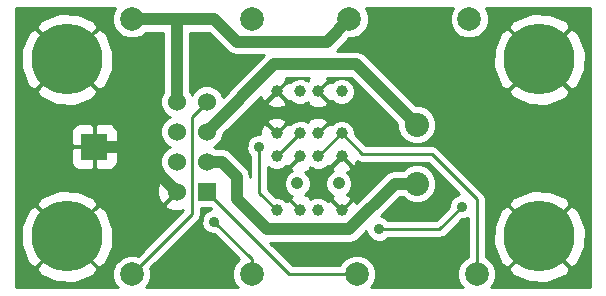
<source format=gbl>
%FSLAX36Y36*%
G04 Gerber Fmt 3.6, Leading zero omitted, Abs format (unit inch)*
G04 Created by KiCad (PCBNEW (2014-jul-16 BZR unknown)-product) date Sun 05 Oct 2014 02:29:47 PM PDT*
%MOIN*%
G01*
G04 APERTURE LIST*
%ADD10C,0.003937*%
%ADD11C,0.236220*%
%ADD12R,0.060000X0.060000*%
%ADD13C,0.060000*%
%ADD14C,0.078700*%
%ADD15R,0.088000X0.088000*%
%ADD16C,0.039370*%
%ADD17C,0.041339*%
%ADD18C,0.080000*%
%ADD19C,0.035000*%
%ADD20C,0.010000*%
%ADD21C,0.040000*%
G04 APERTURE END LIST*
D10*
D11*
X4133858Y-4133858D03*
X5708661Y-4133858D03*
X4133858Y-4724409D03*
X5708661Y-4724409D03*
D12*
X4600000Y-4575000D03*
D13*
X4500000Y-4575000D03*
X4600000Y-4475000D03*
X4500000Y-4475000D03*
X4600000Y-4375000D03*
X4500000Y-4375000D03*
X4600000Y-4275000D03*
X4500000Y-4275000D03*
D14*
X5500000Y-4850000D03*
X5100000Y-4850000D03*
X4750000Y-4850000D03*
X4350000Y-4850000D03*
X4750000Y-4000000D03*
X4350000Y-4000000D03*
X5475000Y-4000000D03*
X5075000Y-4000000D03*
D15*
X4225000Y-4425000D03*
D16*
X4832677Y-4636772D03*
X4911417Y-4636811D03*
X4832677Y-4457677D03*
X4911417Y-4457677D03*
D17*
X4901575Y-4547244D03*
D16*
X4970472Y-4636772D03*
X5049213Y-4636811D03*
X4970472Y-4457677D03*
X5049213Y-4457677D03*
D17*
X5039370Y-4547244D03*
D16*
X4911417Y-4241142D03*
X4832677Y-4241142D03*
X4911417Y-4380906D03*
X4832677Y-4380906D03*
X5049213Y-4241142D03*
X4970472Y-4241142D03*
X5049213Y-4380906D03*
X4970472Y-4380906D03*
D18*
X5300000Y-4548425D03*
X5300000Y-4351575D03*
D19*
X4625000Y-4675000D03*
X4775000Y-4425000D03*
X4575000Y-4750000D03*
X4625000Y-4150000D03*
X5125000Y-4750000D03*
X5175000Y-4700000D03*
X5450000Y-4625000D03*
D20*
X5049213Y-4380906D02*
X5118307Y-4450000D01*
X5500000Y-4600000D02*
X5500000Y-4850000D01*
X5350000Y-4450000D02*
X5500000Y-4600000D01*
X5118307Y-4450000D02*
X5350000Y-4450000D01*
X4972441Y-4457677D02*
X5049213Y-4380906D01*
X4970472Y-4457677D02*
X4972441Y-4457677D01*
X4750000Y-4850000D02*
X4750000Y-4800000D01*
X4750000Y-4800000D02*
X4625000Y-4675000D01*
X4834646Y-4457677D02*
X4832677Y-4457677D01*
X4911417Y-4380906D02*
X4834646Y-4457677D01*
X4832677Y-4636772D02*
X4775000Y-4579094D01*
X4775000Y-4579094D02*
X4775000Y-4425000D01*
D21*
X4500000Y-4575000D02*
X4350000Y-4425000D01*
X4350000Y-4425000D02*
X4225000Y-4425000D01*
D20*
X4600000Y-4575000D02*
X4875000Y-4850000D01*
X4875000Y-4850000D02*
X5100000Y-4850000D01*
X4600000Y-4275000D02*
X4550000Y-4325000D01*
X4550000Y-4650000D02*
X4350000Y-4850000D01*
X4550000Y-4325000D02*
X4550000Y-4650000D01*
D21*
X4500000Y-4275000D02*
X4500000Y-4000000D01*
X5075000Y-4000000D02*
X5000000Y-4075000D01*
X4625000Y-4000000D02*
X4500000Y-4000000D01*
X4500000Y-4000000D02*
X4350000Y-4000000D01*
X4700000Y-4075000D02*
X4625000Y-4000000D01*
X5000000Y-4075000D02*
X4700000Y-4075000D01*
D20*
X5175000Y-4700000D02*
X5375000Y-4700000D01*
X5375000Y-4700000D02*
X5450000Y-4625000D01*
D21*
X4650000Y-4475000D02*
X4600000Y-4475000D01*
X4700000Y-4525000D02*
X4650000Y-4475000D01*
X4700000Y-4600000D02*
X4700000Y-4525000D01*
X4800000Y-4700000D02*
X4700000Y-4600000D01*
X5075000Y-4700000D02*
X4800000Y-4700000D01*
X5226575Y-4548425D02*
X5075000Y-4700000D01*
X5300000Y-4548425D02*
X5226575Y-4548425D01*
X5300000Y-4351575D02*
X5098425Y-4150000D01*
X4825000Y-4150000D02*
X4600000Y-4375000D01*
X5098425Y-4150000D02*
X4825000Y-4150000D01*
D20*
G36*
X4520000Y-4637574D02*
X4369255Y-4788318D01*
X4362856Y-4785661D01*
X4337256Y-4785639D01*
X4313596Y-4795415D01*
X4304000Y-4804994D01*
X4304000Y-4475962D01*
X4304000Y-4462038D01*
X4304000Y-4434750D01*
X4304000Y-4415250D01*
X4304000Y-4387962D01*
X4304000Y-4374038D01*
X4298672Y-4361174D01*
X4288826Y-4351328D01*
X4287887Y-4350939D01*
X4287887Y-4108450D01*
X4266439Y-4051440D01*
X4260739Y-4042910D01*
X4238762Y-4030369D01*
X4237348Y-4031783D01*
X4237348Y-4028954D01*
X4224806Y-4006978D01*
X4169328Y-3981831D01*
X4108450Y-3979830D01*
X4051440Y-4001278D01*
X4042910Y-4006978D01*
X4030369Y-4028954D01*
X4133858Y-4132444D01*
X4237348Y-4028954D01*
X4237348Y-4031783D01*
X4135272Y-4133858D01*
X4238762Y-4237348D01*
X4260739Y-4224806D01*
X4285885Y-4169328D01*
X4287887Y-4108450D01*
X4287887Y-4350939D01*
X4275962Y-4346000D01*
X4237348Y-4346000D01*
X4237348Y-4238762D01*
X4133858Y-4135272D01*
X4132444Y-4136687D01*
X4132444Y-4133858D01*
X4028954Y-4030369D01*
X4006978Y-4042910D01*
X3981831Y-4098388D01*
X3979830Y-4159266D01*
X4001278Y-4216276D01*
X4006978Y-4224806D01*
X4028954Y-4237348D01*
X4132444Y-4133858D01*
X4132444Y-4136687D01*
X4030369Y-4238762D01*
X4042910Y-4260739D01*
X4098388Y-4285885D01*
X4159266Y-4287887D01*
X4216276Y-4266439D01*
X4224806Y-4260739D01*
X4237348Y-4238762D01*
X4237348Y-4346000D01*
X4234750Y-4346000D01*
X4226000Y-4354750D01*
X4226000Y-4424000D01*
X4295250Y-4424000D01*
X4304000Y-4415250D01*
X4304000Y-4434750D01*
X4295250Y-4426000D01*
X4226000Y-4426000D01*
X4226000Y-4495250D01*
X4234750Y-4504000D01*
X4275962Y-4504000D01*
X4288826Y-4498672D01*
X4298672Y-4488826D01*
X4304000Y-4475962D01*
X4304000Y-4804994D01*
X4295479Y-4813501D01*
X4287887Y-4831785D01*
X4287887Y-4699001D01*
X4266439Y-4641991D01*
X4260739Y-4633461D01*
X4238762Y-4620920D01*
X4237348Y-4622334D01*
X4237348Y-4619506D01*
X4224806Y-4597529D01*
X4224000Y-4597163D01*
X4224000Y-4495250D01*
X4224000Y-4426000D01*
X4224000Y-4424000D01*
X4224000Y-4354750D01*
X4215250Y-4346000D01*
X4174038Y-4346000D01*
X4161174Y-4351328D01*
X4151328Y-4361174D01*
X4146000Y-4374038D01*
X4146000Y-4387962D01*
X4146000Y-4415250D01*
X4154750Y-4424000D01*
X4224000Y-4424000D01*
X4224000Y-4426000D01*
X4154750Y-4426000D01*
X4146000Y-4434750D01*
X4146000Y-4462038D01*
X4146000Y-4475962D01*
X4151328Y-4488826D01*
X4161174Y-4498672D01*
X4174038Y-4504000D01*
X4215250Y-4504000D01*
X4224000Y-4495250D01*
X4224000Y-4597163D01*
X4169328Y-4572383D01*
X4108450Y-4570381D01*
X4051440Y-4591829D01*
X4042910Y-4597529D01*
X4030369Y-4619506D01*
X4133858Y-4722995D01*
X4237348Y-4619506D01*
X4237348Y-4622334D01*
X4135272Y-4724409D01*
X4238762Y-4827899D01*
X4260739Y-4815358D01*
X4285885Y-4759879D01*
X4287887Y-4699001D01*
X4287887Y-4831785D01*
X4285661Y-4837144D01*
X4285639Y-4862744D01*
X4295415Y-4886404D01*
X4303289Y-4894291D01*
X4237348Y-4894291D01*
X4237348Y-4829313D01*
X4133858Y-4725824D01*
X4132444Y-4727238D01*
X4132444Y-4724409D01*
X4028954Y-4620920D01*
X4006978Y-4633461D01*
X3981831Y-4688939D01*
X3979830Y-4749818D01*
X4001278Y-4806828D01*
X4006978Y-4815358D01*
X4028954Y-4827899D01*
X4132444Y-4724409D01*
X4132444Y-4727238D01*
X4030369Y-4829313D01*
X4042910Y-4851290D01*
X4098388Y-4876436D01*
X4159266Y-4878438D01*
X4216276Y-4856990D01*
X4224806Y-4851290D01*
X4237348Y-4829313D01*
X4237348Y-4894291D01*
X3963976Y-4894291D01*
X3963976Y-3963976D01*
X4295281Y-3963976D01*
X4285661Y-3987144D01*
X4285639Y-4012744D01*
X4295415Y-4036404D01*
X4313501Y-4054521D01*
X4337144Y-4064339D01*
X4362744Y-4064361D01*
X4386404Y-4054585D01*
X4396006Y-4045000D01*
X4455000Y-4045000D01*
X4455000Y-4242208D01*
X4453400Y-4243804D01*
X4445010Y-4264012D01*
X4444990Y-4285892D01*
X4453346Y-4306114D01*
X4468804Y-4321600D01*
X4476989Y-4324998D01*
X4468886Y-4328346D01*
X4453400Y-4343804D01*
X4445010Y-4364012D01*
X4444990Y-4385892D01*
X4453346Y-4406114D01*
X4468804Y-4421600D01*
X4476989Y-4424998D01*
X4468886Y-4428346D01*
X4453400Y-4443804D01*
X4445010Y-4464012D01*
X4444990Y-4485892D01*
X4453346Y-4506114D01*
X4465756Y-4518546D01*
X4464524Y-4519022D01*
X4461859Y-4520802D01*
X4460038Y-4533624D01*
X4500000Y-4573586D01*
X4500557Y-4573029D01*
X4501971Y-4574443D01*
X4501414Y-4575000D01*
X4501971Y-4575557D01*
X4500557Y-4576971D01*
X4500000Y-4576414D01*
X4498586Y-4577828D01*
X4498586Y-4575000D01*
X4458624Y-4535038D01*
X4445802Y-4536859D01*
X4435332Y-4560503D01*
X4434706Y-4586354D01*
X4444022Y-4610476D01*
X4445802Y-4613141D01*
X4458624Y-4614962D01*
X4498586Y-4575000D01*
X4498586Y-4577828D01*
X4460038Y-4616376D01*
X4461859Y-4629198D01*
X4485503Y-4639668D01*
X4511354Y-4640294D01*
X4520000Y-4636955D01*
X4520000Y-4637574D01*
X4520000Y-4637574D01*
G37*
X4520000Y-4637574D02*
X4369255Y-4788318D01*
X4362856Y-4785661D01*
X4337256Y-4785639D01*
X4313596Y-4795415D01*
X4304000Y-4804994D01*
X4304000Y-4475962D01*
X4304000Y-4462038D01*
X4304000Y-4434750D01*
X4304000Y-4415250D01*
X4304000Y-4387962D01*
X4304000Y-4374038D01*
X4298672Y-4361174D01*
X4288826Y-4351328D01*
X4287887Y-4350939D01*
X4287887Y-4108450D01*
X4266439Y-4051440D01*
X4260739Y-4042910D01*
X4238762Y-4030369D01*
X4237348Y-4031783D01*
X4237348Y-4028954D01*
X4224806Y-4006978D01*
X4169328Y-3981831D01*
X4108450Y-3979830D01*
X4051440Y-4001278D01*
X4042910Y-4006978D01*
X4030369Y-4028954D01*
X4133858Y-4132444D01*
X4237348Y-4028954D01*
X4237348Y-4031783D01*
X4135272Y-4133858D01*
X4238762Y-4237348D01*
X4260739Y-4224806D01*
X4285885Y-4169328D01*
X4287887Y-4108450D01*
X4287887Y-4350939D01*
X4275962Y-4346000D01*
X4237348Y-4346000D01*
X4237348Y-4238762D01*
X4133858Y-4135272D01*
X4132444Y-4136687D01*
X4132444Y-4133858D01*
X4028954Y-4030369D01*
X4006978Y-4042910D01*
X3981831Y-4098388D01*
X3979830Y-4159266D01*
X4001278Y-4216276D01*
X4006978Y-4224806D01*
X4028954Y-4237348D01*
X4132444Y-4133858D01*
X4132444Y-4136687D01*
X4030369Y-4238762D01*
X4042910Y-4260739D01*
X4098388Y-4285885D01*
X4159266Y-4287887D01*
X4216276Y-4266439D01*
X4224806Y-4260739D01*
X4237348Y-4238762D01*
X4237348Y-4346000D01*
X4234750Y-4346000D01*
X4226000Y-4354750D01*
X4226000Y-4424000D01*
X4295250Y-4424000D01*
X4304000Y-4415250D01*
X4304000Y-4434750D01*
X4295250Y-4426000D01*
X4226000Y-4426000D01*
X4226000Y-4495250D01*
X4234750Y-4504000D01*
X4275962Y-4504000D01*
X4288826Y-4498672D01*
X4298672Y-4488826D01*
X4304000Y-4475962D01*
X4304000Y-4804994D01*
X4295479Y-4813501D01*
X4287887Y-4831785D01*
X4287887Y-4699001D01*
X4266439Y-4641991D01*
X4260739Y-4633461D01*
X4238762Y-4620920D01*
X4237348Y-4622334D01*
X4237348Y-4619506D01*
X4224806Y-4597529D01*
X4224000Y-4597163D01*
X4224000Y-4495250D01*
X4224000Y-4426000D01*
X4224000Y-4424000D01*
X4224000Y-4354750D01*
X4215250Y-4346000D01*
X4174038Y-4346000D01*
X4161174Y-4351328D01*
X4151328Y-4361174D01*
X4146000Y-4374038D01*
X4146000Y-4387962D01*
X4146000Y-4415250D01*
X4154750Y-4424000D01*
X4224000Y-4424000D01*
X4224000Y-4426000D01*
X4154750Y-4426000D01*
X4146000Y-4434750D01*
X4146000Y-4462038D01*
X4146000Y-4475962D01*
X4151328Y-4488826D01*
X4161174Y-4498672D01*
X4174038Y-4504000D01*
X4215250Y-4504000D01*
X4224000Y-4495250D01*
X4224000Y-4597163D01*
X4169328Y-4572383D01*
X4108450Y-4570381D01*
X4051440Y-4591829D01*
X4042910Y-4597529D01*
X4030369Y-4619506D01*
X4133858Y-4722995D01*
X4237348Y-4619506D01*
X4237348Y-4622334D01*
X4135272Y-4724409D01*
X4238762Y-4827899D01*
X4260739Y-4815358D01*
X4285885Y-4759879D01*
X4287887Y-4699001D01*
X4287887Y-4831785D01*
X4285661Y-4837144D01*
X4285639Y-4862744D01*
X4295415Y-4886404D01*
X4303289Y-4894291D01*
X4237348Y-4894291D01*
X4237348Y-4829313D01*
X4133858Y-4725824D01*
X4132444Y-4727238D01*
X4132444Y-4724409D01*
X4028954Y-4620920D01*
X4006978Y-4633461D01*
X3981831Y-4688939D01*
X3979830Y-4749818D01*
X4001278Y-4806828D01*
X4006978Y-4815358D01*
X4028954Y-4827899D01*
X4132444Y-4724409D01*
X4132444Y-4727238D01*
X4030369Y-4829313D01*
X4042910Y-4851290D01*
X4098388Y-4876436D01*
X4159266Y-4878438D01*
X4216276Y-4856990D01*
X4224806Y-4851290D01*
X4237348Y-4829313D01*
X4237348Y-4894291D01*
X3963976Y-4894291D01*
X3963976Y-3963976D01*
X4295281Y-3963976D01*
X4285661Y-3987144D01*
X4285639Y-4012744D01*
X4295415Y-4036404D01*
X4313501Y-4054521D01*
X4337144Y-4064339D01*
X4362744Y-4064361D01*
X4386404Y-4054585D01*
X4396006Y-4045000D01*
X4455000Y-4045000D01*
X4455000Y-4242208D01*
X4453400Y-4243804D01*
X4445010Y-4264012D01*
X4444990Y-4285892D01*
X4453346Y-4306114D01*
X4468804Y-4321600D01*
X4476989Y-4324998D01*
X4468886Y-4328346D01*
X4453400Y-4343804D01*
X4445010Y-4364012D01*
X4444990Y-4385892D01*
X4453346Y-4406114D01*
X4468804Y-4421600D01*
X4476989Y-4424998D01*
X4468886Y-4428346D01*
X4453400Y-4443804D01*
X4445010Y-4464012D01*
X4444990Y-4485892D01*
X4453346Y-4506114D01*
X4465756Y-4518546D01*
X4464524Y-4519022D01*
X4461859Y-4520802D01*
X4460038Y-4533624D01*
X4500000Y-4573586D01*
X4500557Y-4573029D01*
X4501971Y-4574443D01*
X4501414Y-4575000D01*
X4501971Y-4575557D01*
X4500557Y-4576971D01*
X4500000Y-4576414D01*
X4498586Y-4577828D01*
X4498586Y-4575000D01*
X4458624Y-4535038D01*
X4445802Y-4536859D01*
X4435332Y-4560503D01*
X4434706Y-4586354D01*
X4444022Y-4610476D01*
X4445802Y-4613141D01*
X4458624Y-4614962D01*
X4498586Y-4575000D01*
X4498586Y-4577828D01*
X4460038Y-4616376D01*
X4461859Y-4629198D01*
X4485503Y-4639668D01*
X4511354Y-4640294D01*
X4520000Y-4636955D01*
X4520000Y-4637574D01*
G36*
X4708288Y-4800714D02*
X4695479Y-4813501D01*
X4685661Y-4837144D01*
X4685639Y-4862744D01*
X4695415Y-4886404D01*
X4703289Y-4894291D01*
X4396715Y-4894291D01*
X4404521Y-4886499D01*
X4414339Y-4862856D01*
X4414361Y-4837256D01*
X4411674Y-4830752D01*
X4571213Y-4671213D01*
X4577716Y-4661481D01*
X4577716Y-4661480D01*
X4580000Y-4650000D01*
X4580000Y-4630000D01*
X4612574Y-4630000D01*
X4615510Y-4632936D01*
X4600957Y-4638949D01*
X4588991Y-4650894D01*
X4582507Y-4666509D01*
X4582493Y-4683417D01*
X4588949Y-4699043D01*
X4600894Y-4711009D01*
X4616509Y-4717493D01*
X4625074Y-4717500D01*
X4708288Y-4800714D01*
X4708288Y-4800714D01*
G37*
X4708288Y-4800714D02*
X4695479Y-4813501D01*
X4685661Y-4837144D01*
X4685639Y-4862744D01*
X4695415Y-4886404D01*
X4703289Y-4894291D01*
X4396715Y-4894291D01*
X4404521Y-4886499D01*
X4414339Y-4862856D01*
X4414361Y-4837256D01*
X4411674Y-4830752D01*
X4571213Y-4671213D01*
X4577716Y-4661481D01*
X4577716Y-4661480D01*
X4580000Y-4650000D01*
X4580000Y-4630000D01*
X4612574Y-4630000D01*
X4615510Y-4632936D01*
X4600957Y-4638949D01*
X4588991Y-4650894D01*
X4582507Y-4666509D01*
X4582493Y-4683417D01*
X4588949Y-4699043D01*
X4600894Y-4711009D01*
X4616509Y-4717493D01*
X4625074Y-4717500D01*
X4708288Y-4800714D01*
G36*
X4791360Y-4120000D02*
X4652741Y-4258619D01*
X4646654Y-4243886D01*
X4631196Y-4228400D01*
X4610988Y-4220010D01*
X4589108Y-4219990D01*
X4568886Y-4228346D01*
X4553400Y-4243804D01*
X4550002Y-4251989D01*
X4546654Y-4243886D01*
X4545000Y-4242229D01*
X4545000Y-4045000D01*
X4606360Y-4045000D01*
X4668180Y-4106820D01*
X4682779Y-4116575D01*
X4700000Y-4120000D01*
X4791360Y-4120000D01*
X4791360Y-4120000D01*
G37*
X4791360Y-4120000D02*
X4652741Y-4258619D01*
X4646654Y-4243886D01*
X4631196Y-4228400D01*
X4610988Y-4220010D01*
X4589108Y-4219990D01*
X4568886Y-4228346D01*
X4553400Y-4243804D01*
X4550002Y-4251989D01*
X4546654Y-4243886D01*
X4545000Y-4242229D01*
X4545000Y-4045000D01*
X4606360Y-4045000D01*
X4668180Y-4106820D01*
X4682779Y-4116575D01*
X4700000Y-4120000D01*
X4791360Y-4120000D01*
G36*
X4913388Y-4637368D02*
X4911974Y-4638782D01*
X4911417Y-4638225D01*
X4910861Y-4638782D01*
X4909446Y-4637368D01*
X4910003Y-4636811D01*
X4877479Y-4604287D01*
X4865729Y-4604853D01*
X4865186Y-4606088D01*
X4858022Y-4598912D01*
X4841605Y-4592094D01*
X4830416Y-4592085D01*
X4805000Y-4566668D01*
X4805000Y-4493201D01*
X4807332Y-4495537D01*
X4823750Y-4502354D01*
X4841527Y-4502370D01*
X4857956Y-4495581D01*
X4865002Y-4488548D01*
X4865729Y-4489636D01*
X4877479Y-4490201D01*
X4910003Y-4457677D01*
X4909446Y-4457120D01*
X4910861Y-4455706D01*
X4911417Y-4456263D01*
X4911974Y-4455706D01*
X4913388Y-4457120D01*
X4912832Y-4457677D01*
X4913388Y-4458234D01*
X4911974Y-4459648D01*
X4911417Y-4459091D01*
X4878893Y-4491615D01*
X4879459Y-4503366D01*
X4883684Y-4505222D01*
X4875739Y-4508505D01*
X4862881Y-4521341D01*
X4855913Y-4538120D01*
X4855898Y-4556288D01*
X4862836Y-4573080D01*
X4875671Y-4585938D01*
X4883262Y-4589090D01*
X4881437Y-4589801D01*
X4879459Y-4591123D01*
X4878893Y-4602873D01*
X4911417Y-4635397D01*
X4911974Y-4634840D01*
X4913388Y-4636254D01*
X4912832Y-4636811D01*
X4913388Y-4637368D01*
X4913388Y-4637368D01*
G37*
X4913388Y-4637368D02*
X4911974Y-4638782D01*
X4911417Y-4638225D01*
X4910861Y-4638782D01*
X4909446Y-4637368D01*
X4910003Y-4636811D01*
X4877479Y-4604287D01*
X4865729Y-4604853D01*
X4865186Y-4606088D01*
X4858022Y-4598912D01*
X4841605Y-4592094D01*
X4830416Y-4592085D01*
X4805000Y-4566668D01*
X4805000Y-4493201D01*
X4807332Y-4495537D01*
X4823750Y-4502354D01*
X4841527Y-4502370D01*
X4857956Y-4495581D01*
X4865002Y-4488548D01*
X4865729Y-4489636D01*
X4877479Y-4490201D01*
X4910003Y-4457677D01*
X4909446Y-4457120D01*
X4910861Y-4455706D01*
X4911417Y-4456263D01*
X4911974Y-4455706D01*
X4913388Y-4457120D01*
X4912832Y-4457677D01*
X4913388Y-4458234D01*
X4911974Y-4459648D01*
X4911417Y-4459091D01*
X4878893Y-4491615D01*
X4879459Y-4503366D01*
X4883684Y-4505222D01*
X4875739Y-4508505D01*
X4862881Y-4521341D01*
X4855913Y-4538120D01*
X4855898Y-4556288D01*
X4862836Y-4573080D01*
X4875671Y-4585938D01*
X4883262Y-4589090D01*
X4881437Y-4589801D01*
X4879459Y-4591123D01*
X4878893Y-4602873D01*
X4911417Y-4635397D01*
X4911974Y-4634840D01*
X4913388Y-4636254D01*
X4912832Y-4636811D01*
X4913388Y-4637368D01*
G36*
X5440510Y-4582936D02*
X5425957Y-4588949D01*
X5413991Y-4600894D01*
X5407507Y-4616509D01*
X5407500Y-4625074D01*
X5362574Y-4670000D01*
X5205104Y-4670000D01*
X5199106Y-4663991D01*
X5183491Y-4657507D01*
X5181134Y-4657505D01*
X5245214Y-4593425D01*
X5253078Y-4593425D01*
X5263132Y-4603497D01*
X5287014Y-4613414D01*
X5312873Y-4613436D01*
X5336771Y-4603562D01*
X5355072Y-4585293D01*
X5364989Y-4561411D01*
X5365011Y-4535553D01*
X5355136Y-4511654D01*
X5336868Y-4493353D01*
X5312986Y-4483436D01*
X5287127Y-4483414D01*
X5263229Y-4493289D01*
X5253074Y-4503425D01*
X5226575Y-4503425D01*
X5209354Y-4506851D01*
X5194755Y-4516605D01*
X5098551Y-4612809D01*
X5096223Y-4606830D01*
X5094901Y-4604853D01*
X5085047Y-4604378D01*
X5085047Y-4538200D01*
X5078109Y-4521408D01*
X5066393Y-4509672D01*
X5079193Y-4504687D01*
X5081171Y-4503366D01*
X5081736Y-4491615D01*
X5049213Y-4459091D01*
X5016689Y-4491615D01*
X5017254Y-4503366D01*
X5021479Y-4505222D01*
X5013534Y-4508505D01*
X5000676Y-4521341D01*
X4993709Y-4538120D01*
X4993693Y-4556288D01*
X5000631Y-4573080D01*
X5013467Y-4585938D01*
X5021058Y-4589090D01*
X5019232Y-4589801D01*
X5017254Y-4591123D01*
X5016689Y-4602873D01*
X5049213Y-4635397D01*
X5081736Y-4602873D01*
X5081171Y-4591123D01*
X5066511Y-4584680D01*
X5078064Y-4573147D01*
X5085031Y-4556368D01*
X5085047Y-4538200D01*
X5085047Y-4604378D01*
X5083151Y-4604287D01*
X5050627Y-4636811D01*
X5051184Y-4637368D01*
X5049769Y-4638782D01*
X5049213Y-4638225D01*
X5048656Y-4638782D01*
X5047242Y-4637368D01*
X5047798Y-4636811D01*
X5015274Y-4604287D01*
X5003524Y-4604853D01*
X5002981Y-4606088D01*
X4995818Y-4598912D01*
X4979400Y-4592094D01*
X4961623Y-4592079D01*
X4950142Y-4596823D01*
X4950067Y-4596747D01*
X4949885Y-4596929D01*
X4945193Y-4598867D01*
X4943815Y-4600244D01*
X4943376Y-4591123D01*
X4928716Y-4584680D01*
X4940269Y-4573147D01*
X4947236Y-4556368D01*
X4947252Y-4538200D01*
X4940314Y-4521408D01*
X4928598Y-4509672D01*
X4941398Y-4504687D01*
X4943376Y-4503366D01*
X4943816Y-4494223D01*
X4945127Y-4495537D01*
X4949806Y-4497480D01*
X4950067Y-4497741D01*
X4950174Y-4497633D01*
X4961545Y-4502354D01*
X4979322Y-4502370D01*
X4995751Y-4495581D01*
X5002797Y-4488548D01*
X5003524Y-4489636D01*
X5015274Y-4490201D01*
X5047798Y-4457677D01*
X5047242Y-4457120D01*
X5048656Y-4455706D01*
X5049213Y-4456263D01*
X5049769Y-4455706D01*
X5051184Y-4457120D01*
X5050627Y-4457677D01*
X5083151Y-4490201D01*
X5094901Y-4489636D01*
X5101657Y-4474262D01*
X5102928Y-4475112D01*
X5106827Y-4477716D01*
X5106827Y-4477716D01*
X5118307Y-4480000D01*
X5337574Y-4480000D01*
X5440510Y-4582936D01*
X5440510Y-4582936D01*
G37*
X5440510Y-4582936D02*
X5425957Y-4588949D01*
X5413991Y-4600894D01*
X5407507Y-4616509D01*
X5407500Y-4625074D01*
X5362574Y-4670000D01*
X5205104Y-4670000D01*
X5199106Y-4663991D01*
X5183491Y-4657507D01*
X5181134Y-4657505D01*
X5245214Y-4593425D01*
X5253078Y-4593425D01*
X5263132Y-4603497D01*
X5287014Y-4613414D01*
X5312873Y-4613436D01*
X5336771Y-4603562D01*
X5355072Y-4585293D01*
X5364989Y-4561411D01*
X5365011Y-4535553D01*
X5355136Y-4511654D01*
X5336868Y-4493353D01*
X5312986Y-4483436D01*
X5287127Y-4483414D01*
X5263229Y-4493289D01*
X5253074Y-4503425D01*
X5226575Y-4503425D01*
X5209354Y-4506851D01*
X5194755Y-4516605D01*
X5098551Y-4612809D01*
X5096223Y-4606830D01*
X5094901Y-4604853D01*
X5085047Y-4604378D01*
X5085047Y-4538200D01*
X5078109Y-4521408D01*
X5066393Y-4509672D01*
X5079193Y-4504687D01*
X5081171Y-4503366D01*
X5081736Y-4491615D01*
X5049213Y-4459091D01*
X5016689Y-4491615D01*
X5017254Y-4503366D01*
X5021479Y-4505222D01*
X5013534Y-4508505D01*
X5000676Y-4521341D01*
X4993709Y-4538120D01*
X4993693Y-4556288D01*
X5000631Y-4573080D01*
X5013467Y-4585938D01*
X5021058Y-4589090D01*
X5019232Y-4589801D01*
X5017254Y-4591123D01*
X5016689Y-4602873D01*
X5049213Y-4635397D01*
X5081736Y-4602873D01*
X5081171Y-4591123D01*
X5066511Y-4584680D01*
X5078064Y-4573147D01*
X5085031Y-4556368D01*
X5085047Y-4538200D01*
X5085047Y-4604378D01*
X5083151Y-4604287D01*
X5050627Y-4636811D01*
X5051184Y-4637368D01*
X5049769Y-4638782D01*
X5049213Y-4638225D01*
X5048656Y-4638782D01*
X5047242Y-4637368D01*
X5047798Y-4636811D01*
X5015274Y-4604287D01*
X5003524Y-4604853D01*
X5002981Y-4606088D01*
X4995818Y-4598912D01*
X4979400Y-4592094D01*
X4961623Y-4592079D01*
X4950142Y-4596823D01*
X4950067Y-4596747D01*
X4949885Y-4596929D01*
X4945193Y-4598867D01*
X4943815Y-4600244D01*
X4943376Y-4591123D01*
X4928716Y-4584680D01*
X4940269Y-4573147D01*
X4947236Y-4556368D01*
X4947252Y-4538200D01*
X4940314Y-4521408D01*
X4928598Y-4509672D01*
X4941398Y-4504687D01*
X4943376Y-4503366D01*
X4943816Y-4494223D01*
X4945127Y-4495537D01*
X4949806Y-4497480D01*
X4950067Y-4497741D01*
X4950174Y-4497633D01*
X4961545Y-4502354D01*
X4979322Y-4502370D01*
X4995751Y-4495581D01*
X5002797Y-4488548D01*
X5003524Y-4489636D01*
X5015274Y-4490201D01*
X5047798Y-4457677D01*
X5047242Y-4457120D01*
X5048656Y-4455706D01*
X5049213Y-4456263D01*
X5049769Y-4455706D01*
X5051184Y-4457120D01*
X5050627Y-4457677D01*
X5083151Y-4490201D01*
X5094901Y-4489636D01*
X5101657Y-4474262D01*
X5102928Y-4475112D01*
X5106827Y-4477716D01*
X5106827Y-4477716D01*
X5118307Y-4480000D01*
X5337574Y-4480000D01*
X5440510Y-4582936D01*
G36*
X5470000Y-4792769D02*
X5463596Y-4795415D01*
X5445479Y-4813501D01*
X5435661Y-4837144D01*
X5435639Y-4862744D01*
X5445415Y-4886404D01*
X5453289Y-4894291D01*
X5146715Y-4894291D01*
X5154521Y-4886499D01*
X5164339Y-4862856D01*
X5164361Y-4837256D01*
X5154585Y-4813596D01*
X5136499Y-4795479D01*
X5112856Y-4785661D01*
X5087256Y-4785639D01*
X5063596Y-4795415D01*
X5045479Y-4813501D01*
X5042780Y-4820000D01*
X4887426Y-4820000D01*
X4812426Y-4745000D01*
X5075000Y-4745000D01*
X5092221Y-4741575D01*
X5106820Y-4731820D01*
X5132495Y-4706145D01*
X5132493Y-4708417D01*
X5138949Y-4724043D01*
X5150894Y-4736009D01*
X5166509Y-4742493D01*
X5183417Y-4742507D01*
X5199043Y-4736051D01*
X5205104Y-4730000D01*
X5375000Y-4730000D01*
X5375000Y-4730000D01*
X5386480Y-4727716D01*
X5386481Y-4727716D01*
X5396213Y-4721213D01*
X5449926Y-4667500D01*
X5458417Y-4667507D01*
X5470000Y-4662721D01*
X5470000Y-4792769D01*
X5470000Y-4792769D01*
G37*
X5470000Y-4792769D02*
X5463596Y-4795415D01*
X5445479Y-4813501D01*
X5435661Y-4837144D01*
X5435639Y-4862744D01*
X5445415Y-4886404D01*
X5453289Y-4894291D01*
X5146715Y-4894291D01*
X5154521Y-4886499D01*
X5164339Y-4862856D01*
X5164361Y-4837256D01*
X5154585Y-4813596D01*
X5136499Y-4795479D01*
X5112856Y-4785661D01*
X5087256Y-4785639D01*
X5063596Y-4795415D01*
X5045479Y-4813501D01*
X5042780Y-4820000D01*
X4887426Y-4820000D01*
X4812426Y-4745000D01*
X5075000Y-4745000D01*
X5092221Y-4741575D01*
X5106820Y-4731820D01*
X5132495Y-4706145D01*
X5132493Y-4708417D01*
X5138949Y-4724043D01*
X5150894Y-4736009D01*
X5166509Y-4742493D01*
X5183417Y-4742507D01*
X5199043Y-4736051D01*
X5205104Y-4730000D01*
X5375000Y-4730000D01*
X5375000Y-4730000D01*
X5386480Y-4727716D01*
X5386481Y-4727716D01*
X5396213Y-4721213D01*
X5449926Y-4667500D01*
X5458417Y-4667507D01*
X5470000Y-4662721D01*
X5470000Y-4792769D01*
G36*
X5878543Y-4894291D02*
X5862690Y-4894291D01*
X5862690Y-4699001D01*
X5862690Y-4108450D01*
X5841242Y-4051440D01*
X5835542Y-4042910D01*
X5813565Y-4030369D01*
X5812151Y-4031783D01*
X5812151Y-4028954D01*
X5799610Y-4006978D01*
X5744131Y-3981831D01*
X5683253Y-3979830D01*
X5626243Y-4001278D01*
X5617713Y-4006978D01*
X5605172Y-4028954D01*
X5708661Y-4132444D01*
X5812151Y-4028954D01*
X5812151Y-4031783D01*
X5710076Y-4133858D01*
X5813565Y-4237348D01*
X5835542Y-4224806D01*
X5860688Y-4169328D01*
X5862690Y-4108450D01*
X5862690Y-4699001D01*
X5841242Y-4641991D01*
X5835542Y-4633461D01*
X5813565Y-4620920D01*
X5812151Y-4622334D01*
X5812151Y-4619506D01*
X5812151Y-4238762D01*
X5708661Y-4135272D01*
X5707247Y-4136687D01*
X5707247Y-4133858D01*
X5603758Y-4030369D01*
X5581781Y-4042910D01*
X5556635Y-4098388D01*
X5554633Y-4159266D01*
X5576081Y-4216276D01*
X5581781Y-4224806D01*
X5603758Y-4237348D01*
X5707247Y-4133858D01*
X5707247Y-4136687D01*
X5605172Y-4238762D01*
X5617713Y-4260739D01*
X5673191Y-4285885D01*
X5734070Y-4287887D01*
X5791080Y-4266439D01*
X5799610Y-4260739D01*
X5812151Y-4238762D01*
X5812151Y-4619506D01*
X5799610Y-4597529D01*
X5744131Y-4572383D01*
X5683253Y-4570381D01*
X5626243Y-4591829D01*
X5617713Y-4597529D01*
X5605172Y-4619506D01*
X5708661Y-4722995D01*
X5812151Y-4619506D01*
X5812151Y-4622334D01*
X5710076Y-4724409D01*
X5813565Y-4827899D01*
X5835542Y-4815358D01*
X5860688Y-4759879D01*
X5862690Y-4699001D01*
X5862690Y-4894291D01*
X5812151Y-4894291D01*
X5812151Y-4829313D01*
X5708661Y-4725824D01*
X5707247Y-4727238D01*
X5707247Y-4724409D01*
X5603758Y-4620920D01*
X5581781Y-4633461D01*
X5556635Y-4688939D01*
X5554633Y-4749818D01*
X5576081Y-4806828D01*
X5581781Y-4815358D01*
X5603758Y-4827899D01*
X5707247Y-4724409D01*
X5707247Y-4727238D01*
X5605172Y-4829313D01*
X5617713Y-4851290D01*
X5673191Y-4876436D01*
X5734070Y-4878438D01*
X5791080Y-4856990D01*
X5799610Y-4851290D01*
X5812151Y-4829313D01*
X5812151Y-4894291D01*
X5546715Y-4894291D01*
X5554521Y-4886499D01*
X5564339Y-4862856D01*
X5564361Y-4837256D01*
X5554585Y-4813596D01*
X5536499Y-4795479D01*
X5530000Y-4792780D01*
X5530000Y-4600000D01*
X5527716Y-4588520D01*
X5527716Y-4588519D01*
X5525112Y-4584621D01*
X5521213Y-4578787D01*
X5371213Y-4428787D01*
X5361481Y-4422284D01*
X5350000Y-4420000D01*
X5130733Y-4420000D01*
X5093896Y-4383162D01*
X5093905Y-4372056D01*
X5093905Y-4232292D01*
X5087117Y-4215863D01*
X5074558Y-4203282D01*
X5058140Y-4196464D01*
X5040363Y-4196449D01*
X5023934Y-4203238D01*
X5016888Y-4210271D01*
X5016161Y-4209183D01*
X5004411Y-4208618D01*
X4971887Y-4241142D01*
X5004411Y-4273666D01*
X5016161Y-4273100D01*
X5016716Y-4271837D01*
X5023868Y-4279002D01*
X5040285Y-4285819D01*
X5058062Y-4285835D01*
X5074492Y-4279046D01*
X5087073Y-4266487D01*
X5093890Y-4250069D01*
X5093905Y-4232292D01*
X5093905Y-4372056D01*
X5087117Y-4355627D01*
X5074558Y-4343045D01*
X5058140Y-4336228D01*
X5040363Y-4336213D01*
X5023934Y-4343001D01*
X5016888Y-4350035D01*
X5016161Y-4348947D01*
X5004411Y-4348382D01*
X4971887Y-4380906D01*
X4972443Y-4381462D01*
X4971029Y-4382876D01*
X4970472Y-4382320D01*
X4969916Y-4382876D01*
X4968501Y-4381462D01*
X4969058Y-4380906D01*
X4968501Y-4380349D01*
X4969916Y-4378934D01*
X4970472Y-4379491D01*
X5002996Y-4346967D01*
X5002431Y-4335217D01*
X4982514Y-4326465D01*
X4960764Y-4326001D01*
X4940492Y-4333896D01*
X4938514Y-4335217D01*
X4938074Y-4344359D01*
X4936762Y-4343045D01*
X4932084Y-4341103D01*
X4931823Y-4340842D01*
X4931715Y-4340950D01*
X4920345Y-4336228D01*
X4902568Y-4336213D01*
X4886138Y-4343001D01*
X4879092Y-4350035D01*
X4878366Y-4348947D01*
X4866615Y-4348382D01*
X4865201Y-4349796D01*
X4865201Y-4346967D01*
X4865201Y-4275080D01*
X4832677Y-4242556D01*
X4800153Y-4275080D01*
X4800719Y-4286830D01*
X4820636Y-4295582D01*
X4842386Y-4296046D01*
X4862658Y-4288152D01*
X4864636Y-4286830D01*
X4865201Y-4275080D01*
X4865201Y-4346967D01*
X4864636Y-4335217D01*
X4844719Y-4326465D01*
X4822969Y-4326001D01*
X4802697Y-4333896D01*
X4800719Y-4335217D01*
X4800153Y-4346967D01*
X4832677Y-4379491D01*
X4865201Y-4346967D01*
X4865201Y-4349796D01*
X4834091Y-4380906D01*
X4834648Y-4381462D01*
X4833234Y-4382876D01*
X4832677Y-4382320D01*
X4832120Y-4382876D01*
X4830706Y-4381462D01*
X4831263Y-4380906D01*
X4798739Y-4348382D01*
X4786989Y-4348947D01*
X4778237Y-4368864D01*
X4777946Y-4382503D01*
X4766583Y-4382493D01*
X4750957Y-4388949D01*
X4738991Y-4400894D01*
X4732507Y-4416509D01*
X4732493Y-4433417D01*
X4738949Y-4449043D01*
X4745000Y-4455104D01*
X4745000Y-4525000D01*
X4741575Y-4507779D01*
X4731820Y-4493180D01*
X4681820Y-4443180D01*
X4667221Y-4433425D01*
X4650000Y-4430000D01*
X4632792Y-4430000D01*
X4631196Y-4428400D01*
X4623011Y-4425002D01*
X4631114Y-4421654D01*
X4646600Y-4406196D01*
X4654990Y-4385988D01*
X4654992Y-4383647D01*
X4780580Y-4258059D01*
X4785667Y-4271122D01*
X4786989Y-4273100D01*
X4798739Y-4273666D01*
X4831263Y-4241142D01*
X4830706Y-4240585D01*
X4832120Y-4239171D01*
X4832677Y-4239728D01*
X4865201Y-4207204D01*
X4864636Y-4195453D01*
X4863604Y-4195000D01*
X4939192Y-4195000D01*
X4938514Y-4195453D01*
X4938074Y-4204596D01*
X4936762Y-4203282D01*
X4932084Y-4201339D01*
X4931823Y-4201078D01*
X4931715Y-4201186D01*
X4920345Y-4196464D01*
X4902568Y-4196449D01*
X4886138Y-4203238D01*
X4879092Y-4210271D01*
X4878366Y-4209183D01*
X4866615Y-4208618D01*
X4834091Y-4241142D01*
X4866615Y-4273666D01*
X4878366Y-4273100D01*
X4878920Y-4271837D01*
X4886072Y-4279002D01*
X4902490Y-4285819D01*
X4920267Y-4285835D01*
X4931720Y-4281102D01*
X4931823Y-4281205D01*
X4932072Y-4280957D01*
X4936696Y-4279046D01*
X4938073Y-4277671D01*
X4938514Y-4286830D01*
X4958431Y-4295582D01*
X4980181Y-4296046D01*
X5000453Y-4288152D01*
X5002431Y-4286830D01*
X5002996Y-4275080D01*
X4970472Y-4242556D01*
X4969916Y-4243113D01*
X4968501Y-4241699D01*
X4969058Y-4241142D01*
X4968501Y-4240585D01*
X4969916Y-4239171D01*
X4970472Y-4239728D01*
X5002996Y-4207204D01*
X5002431Y-4195453D01*
X5001399Y-4195000D01*
X5079786Y-4195000D01*
X5235001Y-4350216D01*
X5234989Y-4364447D01*
X5244864Y-4388346D01*
X5263132Y-4406647D01*
X5287014Y-4416564D01*
X5312873Y-4416586D01*
X5336771Y-4406711D01*
X5355072Y-4388442D01*
X5364989Y-4364561D01*
X5365011Y-4338702D01*
X5355136Y-4314803D01*
X5336868Y-4296503D01*
X5312986Y-4286586D01*
X5298638Y-4286574D01*
X5130245Y-4118180D01*
X5115646Y-4108425D01*
X5098425Y-4105000D01*
X5033640Y-4105000D01*
X5074290Y-4064349D01*
X5087744Y-4064361D01*
X5111404Y-4054585D01*
X5129521Y-4036499D01*
X5139339Y-4012856D01*
X5139361Y-3987256D01*
X5129742Y-3963976D01*
X5420281Y-3963976D01*
X5410661Y-3987144D01*
X5410639Y-4012744D01*
X5420415Y-4036404D01*
X5438501Y-4054521D01*
X5462144Y-4064339D01*
X5487744Y-4064361D01*
X5511404Y-4054585D01*
X5529521Y-4036499D01*
X5539339Y-4012856D01*
X5539361Y-3987256D01*
X5529742Y-3963976D01*
X5878543Y-3963976D01*
X5878543Y-4894291D01*
X5878543Y-4894291D01*
G37*
X5878543Y-4894291D02*
X5862690Y-4894291D01*
X5862690Y-4699001D01*
X5862690Y-4108450D01*
X5841242Y-4051440D01*
X5835542Y-4042910D01*
X5813565Y-4030369D01*
X5812151Y-4031783D01*
X5812151Y-4028954D01*
X5799610Y-4006978D01*
X5744131Y-3981831D01*
X5683253Y-3979830D01*
X5626243Y-4001278D01*
X5617713Y-4006978D01*
X5605172Y-4028954D01*
X5708661Y-4132444D01*
X5812151Y-4028954D01*
X5812151Y-4031783D01*
X5710076Y-4133858D01*
X5813565Y-4237348D01*
X5835542Y-4224806D01*
X5860688Y-4169328D01*
X5862690Y-4108450D01*
X5862690Y-4699001D01*
X5841242Y-4641991D01*
X5835542Y-4633461D01*
X5813565Y-4620920D01*
X5812151Y-4622334D01*
X5812151Y-4619506D01*
X5812151Y-4238762D01*
X5708661Y-4135272D01*
X5707247Y-4136687D01*
X5707247Y-4133858D01*
X5603758Y-4030369D01*
X5581781Y-4042910D01*
X5556635Y-4098388D01*
X5554633Y-4159266D01*
X5576081Y-4216276D01*
X5581781Y-4224806D01*
X5603758Y-4237348D01*
X5707247Y-4133858D01*
X5707247Y-4136687D01*
X5605172Y-4238762D01*
X5617713Y-4260739D01*
X5673191Y-4285885D01*
X5734070Y-4287887D01*
X5791080Y-4266439D01*
X5799610Y-4260739D01*
X5812151Y-4238762D01*
X5812151Y-4619506D01*
X5799610Y-4597529D01*
X5744131Y-4572383D01*
X5683253Y-4570381D01*
X5626243Y-4591829D01*
X5617713Y-4597529D01*
X5605172Y-4619506D01*
X5708661Y-4722995D01*
X5812151Y-4619506D01*
X5812151Y-4622334D01*
X5710076Y-4724409D01*
X5813565Y-4827899D01*
X5835542Y-4815358D01*
X5860688Y-4759879D01*
X5862690Y-4699001D01*
X5862690Y-4894291D01*
X5812151Y-4894291D01*
X5812151Y-4829313D01*
X5708661Y-4725824D01*
X5707247Y-4727238D01*
X5707247Y-4724409D01*
X5603758Y-4620920D01*
X5581781Y-4633461D01*
X5556635Y-4688939D01*
X5554633Y-4749818D01*
X5576081Y-4806828D01*
X5581781Y-4815358D01*
X5603758Y-4827899D01*
X5707247Y-4724409D01*
X5707247Y-4727238D01*
X5605172Y-4829313D01*
X5617713Y-4851290D01*
X5673191Y-4876436D01*
X5734070Y-4878438D01*
X5791080Y-4856990D01*
X5799610Y-4851290D01*
X5812151Y-4829313D01*
X5812151Y-4894291D01*
X5546715Y-4894291D01*
X5554521Y-4886499D01*
X5564339Y-4862856D01*
X5564361Y-4837256D01*
X5554585Y-4813596D01*
X5536499Y-4795479D01*
X5530000Y-4792780D01*
X5530000Y-4600000D01*
X5527716Y-4588520D01*
X5527716Y-4588519D01*
X5525112Y-4584621D01*
X5521213Y-4578787D01*
X5371213Y-4428787D01*
X5361481Y-4422284D01*
X5350000Y-4420000D01*
X5130733Y-4420000D01*
X5093896Y-4383162D01*
X5093905Y-4372056D01*
X5093905Y-4232292D01*
X5087117Y-4215863D01*
X5074558Y-4203282D01*
X5058140Y-4196464D01*
X5040363Y-4196449D01*
X5023934Y-4203238D01*
X5016888Y-4210271D01*
X5016161Y-4209183D01*
X5004411Y-4208618D01*
X4971887Y-4241142D01*
X5004411Y-4273666D01*
X5016161Y-4273100D01*
X5016716Y-4271837D01*
X5023868Y-4279002D01*
X5040285Y-4285819D01*
X5058062Y-4285835D01*
X5074492Y-4279046D01*
X5087073Y-4266487D01*
X5093890Y-4250069D01*
X5093905Y-4232292D01*
X5093905Y-4372056D01*
X5087117Y-4355627D01*
X5074558Y-4343045D01*
X5058140Y-4336228D01*
X5040363Y-4336213D01*
X5023934Y-4343001D01*
X5016888Y-4350035D01*
X5016161Y-4348947D01*
X5004411Y-4348382D01*
X4971887Y-4380906D01*
X4972443Y-4381462D01*
X4971029Y-4382876D01*
X4970472Y-4382320D01*
X4969916Y-4382876D01*
X4968501Y-4381462D01*
X4969058Y-4380906D01*
X4968501Y-4380349D01*
X4969916Y-4378934D01*
X4970472Y-4379491D01*
X5002996Y-4346967D01*
X5002431Y-4335217D01*
X4982514Y-4326465D01*
X4960764Y-4326001D01*
X4940492Y-4333896D01*
X4938514Y-4335217D01*
X4938074Y-4344359D01*
X4936762Y-4343045D01*
X4932084Y-4341103D01*
X4931823Y-4340842D01*
X4931715Y-4340950D01*
X4920345Y-4336228D01*
X4902568Y-4336213D01*
X4886138Y-4343001D01*
X4879092Y-4350035D01*
X4878366Y-4348947D01*
X4866615Y-4348382D01*
X4865201Y-4349796D01*
X4865201Y-4346967D01*
X4865201Y-4275080D01*
X4832677Y-4242556D01*
X4800153Y-4275080D01*
X4800719Y-4286830D01*
X4820636Y-4295582D01*
X4842386Y-4296046D01*
X4862658Y-4288152D01*
X4864636Y-4286830D01*
X4865201Y-4275080D01*
X4865201Y-4346967D01*
X4864636Y-4335217D01*
X4844719Y-4326465D01*
X4822969Y-4326001D01*
X4802697Y-4333896D01*
X4800719Y-4335217D01*
X4800153Y-4346967D01*
X4832677Y-4379491D01*
X4865201Y-4346967D01*
X4865201Y-4349796D01*
X4834091Y-4380906D01*
X4834648Y-4381462D01*
X4833234Y-4382876D01*
X4832677Y-4382320D01*
X4832120Y-4382876D01*
X4830706Y-4381462D01*
X4831263Y-4380906D01*
X4798739Y-4348382D01*
X4786989Y-4348947D01*
X4778237Y-4368864D01*
X4777946Y-4382503D01*
X4766583Y-4382493D01*
X4750957Y-4388949D01*
X4738991Y-4400894D01*
X4732507Y-4416509D01*
X4732493Y-4433417D01*
X4738949Y-4449043D01*
X4745000Y-4455104D01*
X4745000Y-4525000D01*
X4741575Y-4507779D01*
X4731820Y-4493180D01*
X4681820Y-4443180D01*
X4667221Y-4433425D01*
X4650000Y-4430000D01*
X4632792Y-4430000D01*
X4631196Y-4428400D01*
X4623011Y-4425002D01*
X4631114Y-4421654D01*
X4646600Y-4406196D01*
X4654990Y-4385988D01*
X4654992Y-4383647D01*
X4780580Y-4258059D01*
X4785667Y-4271122D01*
X4786989Y-4273100D01*
X4798739Y-4273666D01*
X4831263Y-4241142D01*
X4830706Y-4240585D01*
X4832120Y-4239171D01*
X4832677Y-4239728D01*
X4865201Y-4207204D01*
X4864636Y-4195453D01*
X4863604Y-4195000D01*
X4939192Y-4195000D01*
X4938514Y-4195453D01*
X4938074Y-4204596D01*
X4936762Y-4203282D01*
X4932084Y-4201339D01*
X4931823Y-4201078D01*
X4931715Y-4201186D01*
X4920345Y-4196464D01*
X4902568Y-4196449D01*
X4886138Y-4203238D01*
X4879092Y-4210271D01*
X4878366Y-4209183D01*
X4866615Y-4208618D01*
X4834091Y-4241142D01*
X4866615Y-4273666D01*
X4878366Y-4273100D01*
X4878920Y-4271837D01*
X4886072Y-4279002D01*
X4902490Y-4285819D01*
X4920267Y-4285835D01*
X4931720Y-4281102D01*
X4931823Y-4281205D01*
X4932072Y-4280957D01*
X4936696Y-4279046D01*
X4938073Y-4277671D01*
X4938514Y-4286830D01*
X4958431Y-4295582D01*
X4980181Y-4296046D01*
X5000453Y-4288152D01*
X5002431Y-4286830D01*
X5002996Y-4275080D01*
X4970472Y-4242556D01*
X4969916Y-4243113D01*
X4968501Y-4241699D01*
X4969058Y-4241142D01*
X4968501Y-4240585D01*
X4969916Y-4239171D01*
X4970472Y-4239728D01*
X5002996Y-4207204D01*
X5002431Y-4195453D01*
X5001399Y-4195000D01*
X5079786Y-4195000D01*
X5235001Y-4350216D01*
X5234989Y-4364447D01*
X5244864Y-4388346D01*
X5263132Y-4406647D01*
X5287014Y-4416564D01*
X5312873Y-4416586D01*
X5336771Y-4406711D01*
X5355072Y-4388442D01*
X5364989Y-4364561D01*
X5365011Y-4338702D01*
X5355136Y-4314803D01*
X5336868Y-4296503D01*
X5312986Y-4286586D01*
X5298638Y-4286574D01*
X5130245Y-4118180D01*
X5115646Y-4108425D01*
X5098425Y-4105000D01*
X5033640Y-4105000D01*
X5074290Y-4064349D01*
X5087744Y-4064361D01*
X5111404Y-4054585D01*
X5129521Y-4036499D01*
X5139339Y-4012856D01*
X5139361Y-3987256D01*
X5129742Y-3963976D01*
X5420281Y-3963976D01*
X5410661Y-3987144D01*
X5410639Y-4012744D01*
X5420415Y-4036404D01*
X5438501Y-4054521D01*
X5462144Y-4064339D01*
X5487744Y-4064361D01*
X5511404Y-4054585D01*
X5529521Y-4036499D01*
X5539339Y-4012856D01*
X5539361Y-3987256D01*
X5529742Y-3963976D01*
X5878543Y-3963976D01*
X5878543Y-4894291D01*
M02*

</source>
